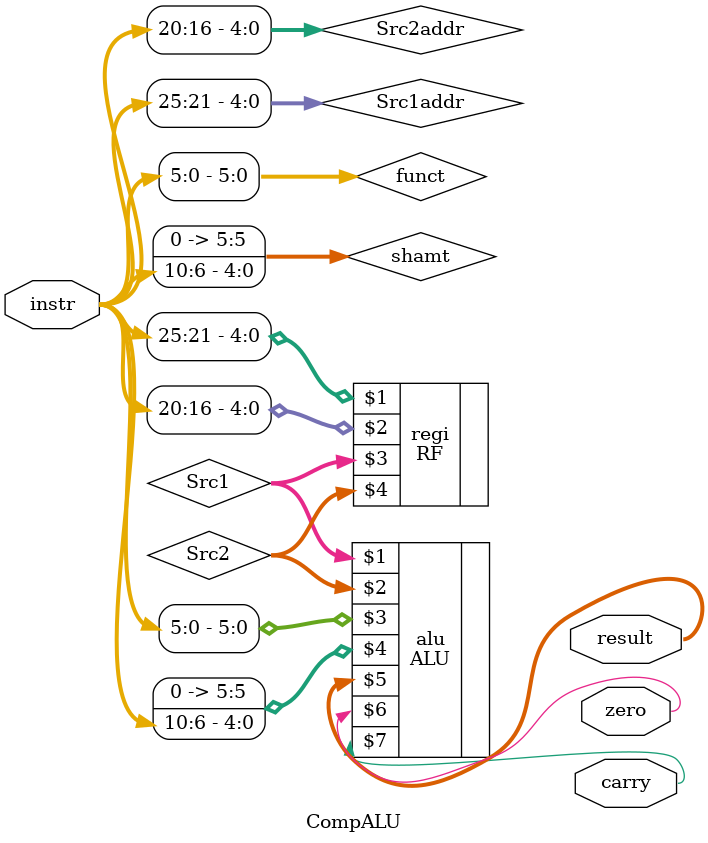
<source format=v>
module CompALU(
    input [31:0]instr,
    output [31:0] result,
    output zero,
    output carry
);
//input to RF
wire [4:0]Src1addr,Src2addr;

//input to ALU
wire [5:0]shamt,funct;
wire [31:0]Src1,Src2;


assign Src1addr[4:0] = instr[25:21];
assign Src2addr[4:0] = instr[20:16];
assign shamt[5:0] = instr[10:6];
assign funct[5:0] = instr[5:0];

RF regi(Src1addr,Src2addr,Src1,Src2);
ALU alu(Src1,Src2,funct,shamt,result,zero,carry);

endmodule

</source>
